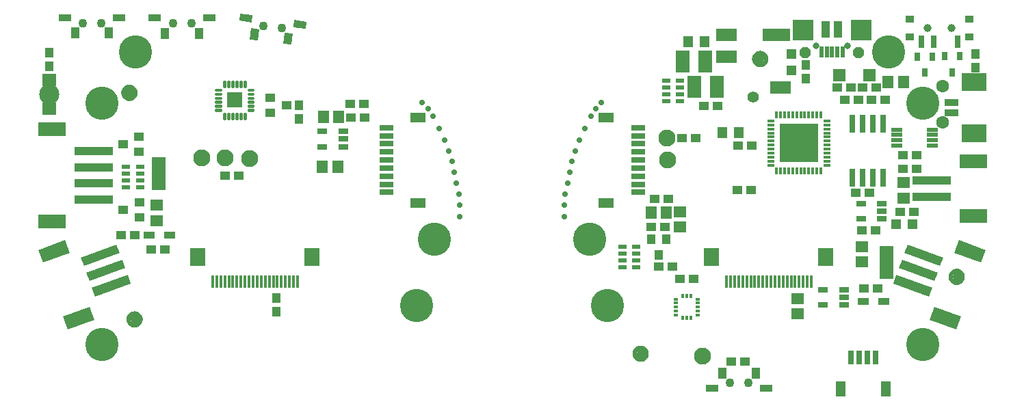
<source format=gbr>
G04 EAGLE Gerber RS-274X export*
G75*
%MOMM*%
%FSLAX34Y34*%
%LPD*%
%INSoldermask Top*%
%IPPOS*%
%AMOC8*
5,1,8,0,0,1.08239X$1,22.5*%
G01*
%ADD10C,0.701600*%
%ADD11R,1.341600X1.601600*%
%ADD12R,1.601600X1.341600*%
%ADD13C,1.101600*%
%ADD14C,0.500000*%
%ADD15C,4.117600*%
%ADD16R,1.101600X1.301600*%
%ADD17R,1.176600X1.101600*%
%ADD18R,0.351600X1.501600*%
%ADD19R,1.901600X2.301600*%
%ADD20R,1.101600X1.176600*%
%ADD21R,1.301600X1.301600*%
%ADD22C,0.801600*%
%ADD23R,2.514600X2.514600*%
%ADD24P,1.525737X8X22.500000*%
%ADD25P,1.525737X8X202.500000*%
%ADD26R,0.501600X1.451600*%
%ADD27R,1.101600X2.101600*%
%ADD28R,0.701600X2.301600*%
%ADD29R,0.351600X0.851600*%
%ADD30R,0.851600X0.351600*%
%ADD31R,4.801600X4.801600*%
%ADD32R,1.301600X1.401600*%
%ADD33R,1.701600X2.801600*%
%ADD34R,1.001600X0.551600*%
%ADD35R,1.701600X0.901600*%
%ADD36R,3.101600X2.201600*%
%ADD37R,1.401600X0.501600*%
%ADD38C,1.601600*%
%ADD39R,1.101600X4.701600*%
%ADD40R,3.501600X1.701600*%
%ADD41R,4.701600X1.101600*%
%ADD42R,3.501600X1.801600*%
%ADD43R,1.778000X4.165600*%
%ADD44R,1.451600X0.901600*%
%ADD45R,1.651600X0.701600*%
%ADD46R,1.901600X1.301600*%
%ADD47R,1.301600X0.651600*%
%ADD48R,1.501600X1.501600*%
%ADD49R,0.736600X1.117600*%
%ADD50R,1.101600X0.901600*%
%ADD51R,0.801600X1.601600*%
%ADD52C,1.001600*%
%ADD53R,1.001600X1.371600*%
%ADD54R,1.551600X0.901600*%
%ADD55C,2.101600*%
%ADD56C,0.240406*%
%ADD57R,1.879600X1.879600*%
%ADD58R,1.301600X1.101600*%
%ADD59R,0.701600X1.651600*%
%ADD60R,1.301600X1.901600*%
%ADD61R,0.601600X0.351600*%
%ADD62R,0.351600X0.601600*%
%ADD63R,1.701600X1.601600*%
%ADD64C,2.501600*%
%ADD65R,2.601600X1.601600*%
%ADD66R,3.501600X1.601600*%
%ADD67C,1.401600*%
%ADD68R,1.371600X1.001600*%


D10*
X-110998Y90678D03*
X-98044Y73152D03*
X-90424Y58166D03*
X-64770Y-50800D03*
X-64770Y-36830D03*
X-68834Y-9398D03*
X-71628Y4064D03*
X-78740Y30480D03*
X-83820Y43688D03*
X-66040Y-22860D03*
X-74422Y17272D03*
X-103632Y82296D03*
X110744Y90678D03*
X97790Y73152D03*
X90170Y58166D03*
X64516Y-50800D03*
X64516Y-36830D03*
X68580Y-9398D03*
X71374Y4064D03*
X78486Y30480D03*
X83566Y43688D03*
X65786Y-22860D03*
X74168Y17272D03*
X103378Y82296D03*
D11*
X-214495Y72390D03*
X-233495Y72390D03*
X-234765Y10795D03*
X-215765Y10795D03*
D12*
X-439895Y-36855D03*
X-439895Y-55855D03*
D13*
X159225Y-220980D03*
D14*
X159225Y-213480D02*
X159044Y-213482D01*
X158863Y-213489D01*
X158682Y-213500D01*
X158501Y-213515D01*
X158321Y-213535D01*
X158141Y-213559D01*
X157962Y-213587D01*
X157784Y-213620D01*
X157607Y-213657D01*
X157430Y-213698D01*
X157255Y-213743D01*
X157080Y-213793D01*
X156907Y-213847D01*
X156736Y-213905D01*
X156565Y-213967D01*
X156397Y-214034D01*
X156230Y-214104D01*
X156064Y-214178D01*
X155901Y-214257D01*
X155740Y-214339D01*
X155580Y-214425D01*
X155423Y-214515D01*
X155268Y-214609D01*
X155115Y-214706D01*
X154965Y-214808D01*
X154817Y-214912D01*
X154671Y-215021D01*
X154529Y-215132D01*
X154389Y-215248D01*
X154252Y-215366D01*
X154117Y-215488D01*
X153986Y-215613D01*
X153858Y-215741D01*
X153733Y-215872D01*
X153611Y-216007D01*
X153493Y-216144D01*
X153377Y-216284D01*
X153266Y-216426D01*
X153157Y-216572D01*
X153053Y-216720D01*
X152951Y-216870D01*
X152854Y-217023D01*
X152760Y-217178D01*
X152670Y-217335D01*
X152584Y-217495D01*
X152502Y-217656D01*
X152423Y-217819D01*
X152349Y-217985D01*
X152279Y-218152D01*
X152212Y-218320D01*
X152150Y-218491D01*
X152092Y-218662D01*
X152038Y-218835D01*
X151988Y-219010D01*
X151943Y-219185D01*
X151902Y-219362D01*
X151865Y-219539D01*
X151832Y-219717D01*
X151804Y-219896D01*
X151780Y-220076D01*
X151760Y-220256D01*
X151745Y-220437D01*
X151734Y-220618D01*
X151727Y-220799D01*
X151725Y-220980D01*
X159225Y-213480D02*
X159406Y-213482D01*
X159587Y-213489D01*
X159768Y-213500D01*
X159949Y-213515D01*
X160129Y-213535D01*
X160309Y-213559D01*
X160488Y-213587D01*
X160666Y-213620D01*
X160843Y-213657D01*
X161020Y-213698D01*
X161195Y-213743D01*
X161370Y-213793D01*
X161543Y-213847D01*
X161714Y-213905D01*
X161885Y-213967D01*
X162053Y-214034D01*
X162220Y-214104D01*
X162386Y-214178D01*
X162549Y-214257D01*
X162710Y-214339D01*
X162870Y-214425D01*
X163027Y-214515D01*
X163182Y-214609D01*
X163335Y-214706D01*
X163485Y-214808D01*
X163633Y-214912D01*
X163779Y-215021D01*
X163921Y-215132D01*
X164061Y-215248D01*
X164198Y-215366D01*
X164333Y-215488D01*
X164464Y-215613D01*
X164592Y-215741D01*
X164717Y-215872D01*
X164839Y-216007D01*
X164957Y-216144D01*
X165073Y-216284D01*
X165184Y-216426D01*
X165293Y-216572D01*
X165397Y-216720D01*
X165499Y-216870D01*
X165596Y-217023D01*
X165690Y-217178D01*
X165780Y-217335D01*
X165866Y-217495D01*
X165948Y-217656D01*
X166027Y-217819D01*
X166101Y-217985D01*
X166171Y-218152D01*
X166238Y-218320D01*
X166300Y-218491D01*
X166358Y-218662D01*
X166412Y-218835D01*
X166462Y-219010D01*
X166507Y-219185D01*
X166548Y-219362D01*
X166585Y-219539D01*
X166618Y-219717D01*
X166646Y-219896D01*
X166670Y-220076D01*
X166690Y-220256D01*
X166705Y-220437D01*
X166716Y-220618D01*
X166723Y-220799D01*
X166725Y-220980D01*
X166723Y-221161D01*
X166716Y-221342D01*
X166705Y-221523D01*
X166690Y-221704D01*
X166670Y-221884D01*
X166646Y-222064D01*
X166618Y-222243D01*
X166585Y-222421D01*
X166548Y-222598D01*
X166507Y-222775D01*
X166462Y-222950D01*
X166412Y-223125D01*
X166358Y-223298D01*
X166300Y-223469D01*
X166238Y-223640D01*
X166171Y-223808D01*
X166101Y-223975D01*
X166027Y-224141D01*
X165948Y-224304D01*
X165866Y-224465D01*
X165780Y-224625D01*
X165690Y-224782D01*
X165596Y-224937D01*
X165499Y-225090D01*
X165397Y-225240D01*
X165293Y-225388D01*
X165184Y-225534D01*
X165073Y-225676D01*
X164957Y-225816D01*
X164839Y-225953D01*
X164717Y-226088D01*
X164592Y-226219D01*
X164464Y-226347D01*
X164333Y-226472D01*
X164198Y-226594D01*
X164061Y-226712D01*
X163921Y-226828D01*
X163779Y-226939D01*
X163633Y-227048D01*
X163485Y-227152D01*
X163335Y-227254D01*
X163182Y-227351D01*
X163027Y-227445D01*
X162870Y-227535D01*
X162710Y-227621D01*
X162549Y-227703D01*
X162386Y-227782D01*
X162220Y-227856D01*
X162053Y-227926D01*
X161885Y-227993D01*
X161714Y-228055D01*
X161543Y-228113D01*
X161370Y-228167D01*
X161195Y-228217D01*
X161020Y-228262D01*
X160843Y-228303D01*
X160666Y-228340D01*
X160488Y-228373D01*
X160309Y-228401D01*
X160129Y-228425D01*
X159949Y-228445D01*
X159768Y-228460D01*
X159587Y-228471D01*
X159406Y-228478D01*
X159225Y-228480D01*
X159044Y-228478D01*
X158863Y-228471D01*
X158682Y-228460D01*
X158501Y-228445D01*
X158321Y-228425D01*
X158141Y-228401D01*
X157962Y-228373D01*
X157784Y-228340D01*
X157607Y-228303D01*
X157430Y-228262D01*
X157255Y-228217D01*
X157080Y-228167D01*
X156907Y-228113D01*
X156736Y-228055D01*
X156565Y-227993D01*
X156397Y-227926D01*
X156230Y-227856D01*
X156064Y-227782D01*
X155901Y-227703D01*
X155740Y-227621D01*
X155580Y-227535D01*
X155423Y-227445D01*
X155268Y-227351D01*
X155115Y-227254D01*
X154965Y-227152D01*
X154817Y-227048D01*
X154671Y-226939D01*
X154529Y-226828D01*
X154389Y-226712D01*
X154252Y-226594D01*
X154117Y-226472D01*
X153986Y-226347D01*
X153858Y-226219D01*
X153733Y-226088D01*
X153611Y-225953D01*
X153493Y-225816D01*
X153377Y-225676D01*
X153266Y-225534D01*
X153157Y-225388D01*
X153053Y-225240D01*
X152951Y-225090D01*
X152854Y-224937D01*
X152760Y-224782D01*
X152670Y-224625D01*
X152584Y-224465D01*
X152502Y-224304D01*
X152423Y-224141D01*
X152349Y-223975D01*
X152279Y-223808D01*
X152212Y-223640D01*
X152150Y-223469D01*
X152092Y-223298D01*
X152038Y-223125D01*
X151988Y-222950D01*
X151943Y-222775D01*
X151902Y-222598D01*
X151865Y-222421D01*
X151832Y-222243D01*
X151804Y-222064D01*
X151780Y-221884D01*
X151760Y-221704D01*
X151745Y-221523D01*
X151734Y-221342D01*
X151727Y-221161D01*
X151725Y-220980D01*
D13*
X-467200Y-178435D03*
D14*
X-467200Y-170935D02*
X-467381Y-170937D01*
X-467562Y-170944D01*
X-467743Y-170955D01*
X-467924Y-170970D01*
X-468104Y-170990D01*
X-468284Y-171014D01*
X-468463Y-171042D01*
X-468641Y-171075D01*
X-468818Y-171112D01*
X-468995Y-171153D01*
X-469170Y-171198D01*
X-469345Y-171248D01*
X-469518Y-171302D01*
X-469689Y-171360D01*
X-469860Y-171422D01*
X-470028Y-171489D01*
X-470195Y-171559D01*
X-470361Y-171633D01*
X-470524Y-171712D01*
X-470685Y-171794D01*
X-470845Y-171880D01*
X-471002Y-171970D01*
X-471157Y-172064D01*
X-471310Y-172161D01*
X-471460Y-172263D01*
X-471608Y-172367D01*
X-471754Y-172476D01*
X-471896Y-172587D01*
X-472036Y-172703D01*
X-472173Y-172821D01*
X-472308Y-172943D01*
X-472439Y-173068D01*
X-472567Y-173196D01*
X-472692Y-173327D01*
X-472814Y-173462D01*
X-472932Y-173599D01*
X-473048Y-173739D01*
X-473159Y-173881D01*
X-473268Y-174027D01*
X-473372Y-174175D01*
X-473474Y-174325D01*
X-473571Y-174478D01*
X-473665Y-174633D01*
X-473755Y-174790D01*
X-473841Y-174950D01*
X-473923Y-175111D01*
X-474002Y-175274D01*
X-474076Y-175440D01*
X-474146Y-175607D01*
X-474213Y-175775D01*
X-474275Y-175946D01*
X-474333Y-176117D01*
X-474387Y-176290D01*
X-474437Y-176465D01*
X-474482Y-176640D01*
X-474523Y-176817D01*
X-474560Y-176994D01*
X-474593Y-177172D01*
X-474621Y-177351D01*
X-474645Y-177531D01*
X-474665Y-177711D01*
X-474680Y-177892D01*
X-474691Y-178073D01*
X-474698Y-178254D01*
X-474700Y-178435D01*
X-467200Y-170935D02*
X-467019Y-170937D01*
X-466838Y-170944D01*
X-466657Y-170955D01*
X-466476Y-170970D01*
X-466296Y-170990D01*
X-466116Y-171014D01*
X-465937Y-171042D01*
X-465759Y-171075D01*
X-465582Y-171112D01*
X-465405Y-171153D01*
X-465230Y-171198D01*
X-465055Y-171248D01*
X-464882Y-171302D01*
X-464711Y-171360D01*
X-464540Y-171422D01*
X-464372Y-171489D01*
X-464205Y-171559D01*
X-464039Y-171633D01*
X-463876Y-171712D01*
X-463715Y-171794D01*
X-463555Y-171880D01*
X-463398Y-171970D01*
X-463243Y-172064D01*
X-463090Y-172161D01*
X-462940Y-172263D01*
X-462792Y-172367D01*
X-462646Y-172476D01*
X-462504Y-172587D01*
X-462364Y-172703D01*
X-462227Y-172821D01*
X-462092Y-172943D01*
X-461961Y-173068D01*
X-461833Y-173196D01*
X-461708Y-173327D01*
X-461586Y-173462D01*
X-461468Y-173599D01*
X-461352Y-173739D01*
X-461241Y-173881D01*
X-461132Y-174027D01*
X-461028Y-174175D01*
X-460926Y-174325D01*
X-460829Y-174478D01*
X-460735Y-174633D01*
X-460645Y-174790D01*
X-460559Y-174950D01*
X-460477Y-175111D01*
X-460398Y-175274D01*
X-460324Y-175440D01*
X-460254Y-175607D01*
X-460187Y-175775D01*
X-460125Y-175946D01*
X-460067Y-176117D01*
X-460013Y-176290D01*
X-459963Y-176465D01*
X-459918Y-176640D01*
X-459877Y-176817D01*
X-459840Y-176994D01*
X-459807Y-177172D01*
X-459779Y-177351D01*
X-459755Y-177531D01*
X-459735Y-177711D01*
X-459720Y-177892D01*
X-459709Y-178073D01*
X-459702Y-178254D01*
X-459700Y-178435D01*
X-459702Y-178616D01*
X-459709Y-178797D01*
X-459720Y-178978D01*
X-459735Y-179159D01*
X-459755Y-179339D01*
X-459779Y-179519D01*
X-459807Y-179698D01*
X-459840Y-179876D01*
X-459877Y-180053D01*
X-459918Y-180230D01*
X-459963Y-180405D01*
X-460013Y-180580D01*
X-460067Y-180753D01*
X-460125Y-180924D01*
X-460187Y-181095D01*
X-460254Y-181263D01*
X-460324Y-181430D01*
X-460398Y-181596D01*
X-460477Y-181759D01*
X-460559Y-181920D01*
X-460645Y-182080D01*
X-460735Y-182237D01*
X-460829Y-182392D01*
X-460926Y-182545D01*
X-461028Y-182695D01*
X-461132Y-182843D01*
X-461241Y-182989D01*
X-461352Y-183131D01*
X-461468Y-183271D01*
X-461586Y-183408D01*
X-461708Y-183543D01*
X-461833Y-183674D01*
X-461961Y-183802D01*
X-462092Y-183927D01*
X-462227Y-184049D01*
X-462364Y-184167D01*
X-462504Y-184283D01*
X-462646Y-184394D01*
X-462792Y-184503D01*
X-462940Y-184607D01*
X-463090Y-184709D01*
X-463243Y-184806D01*
X-463398Y-184900D01*
X-463555Y-184990D01*
X-463715Y-185076D01*
X-463876Y-185158D01*
X-464039Y-185237D01*
X-464205Y-185311D01*
X-464372Y-185381D01*
X-464540Y-185448D01*
X-464711Y-185510D01*
X-464882Y-185568D01*
X-465055Y-185622D01*
X-465230Y-185672D01*
X-465405Y-185717D01*
X-465582Y-185758D01*
X-465759Y-185795D01*
X-465937Y-185828D01*
X-466116Y-185856D01*
X-466296Y-185880D01*
X-466476Y-185900D01*
X-466657Y-185915D01*
X-466838Y-185926D01*
X-467019Y-185933D01*
X-467200Y-185935D01*
X-467381Y-185933D01*
X-467562Y-185926D01*
X-467743Y-185915D01*
X-467924Y-185900D01*
X-468104Y-185880D01*
X-468284Y-185856D01*
X-468463Y-185828D01*
X-468641Y-185795D01*
X-468818Y-185758D01*
X-468995Y-185717D01*
X-469170Y-185672D01*
X-469345Y-185622D01*
X-469518Y-185568D01*
X-469689Y-185510D01*
X-469860Y-185448D01*
X-470028Y-185381D01*
X-470195Y-185311D01*
X-470361Y-185237D01*
X-470524Y-185158D01*
X-470685Y-185076D01*
X-470845Y-184990D01*
X-471002Y-184900D01*
X-471157Y-184806D01*
X-471310Y-184709D01*
X-471460Y-184607D01*
X-471608Y-184503D01*
X-471754Y-184394D01*
X-471896Y-184283D01*
X-472036Y-184167D01*
X-472173Y-184049D01*
X-472308Y-183927D01*
X-472439Y-183802D01*
X-472567Y-183674D01*
X-472692Y-183543D01*
X-472814Y-183408D01*
X-472932Y-183271D01*
X-473048Y-183131D01*
X-473159Y-182989D01*
X-473268Y-182843D01*
X-473372Y-182695D01*
X-473474Y-182545D01*
X-473571Y-182392D01*
X-473665Y-182237D01*
X-473755Y-182080D01*
X-473841Y-181920D01*
X-473923Y-181759D01*
X-474002Y-181596D01*
X-474076Y-181430D01*
X-474146Y-181263D01*
X-474213Y-181095D01*
X-474275Y-180924D01*
X-474333Y-180753D01*
X-474387Y-180580D01*
X-474437Y-180405D01*
X-474482Y-180230D01*
X-474523Y-180053D01*
X-474560Y-179876D01*
X-474593Y-179698D01*
X-474621Y-179519D01*
X-474645Y-179339D01*
X-474665Y-179159D01*
X-474680Y-178978D01*
X-474691Y-178797D01*
X-474698Y-178616D01*
X-474700Y-178435D01*
D15*
X508000Y-209550D03*
X-508000Y-209550D03*
X-466090Y153035D03*
X466090Y153035D03*
D16*
X181450Y-98900D03*
X171950Y-78900D03*
X190950Y-78900D03*
D13*
X550385Y-125730D03*
D14*
X550385Y-118230D02*
X550204Y-118232D01*
X550023Y-118239D01*
X549842Y-118250D01*
X549661Y-118265D01*
X549481Y-118285D01*
X549301Y-118309D01*
X549122Y-118337D01*
X548944Y-118370D01*
X548767Y-118407D01*
X548590Y-118448D01*
X548415Y-118493D01*
X548240Y-118543D01*
X548067Y-118597D01*
X547896Y-118655D01*
X547725Y-118717D01*
X547557Y-118784D01*
X547390Y-118854D01*
X547224Y-118928D01*
X547061Y-119007D01*
X546900Y-119089D01*
X546740Y-119175D01*
X546583Y-119265D01*
X546428Y-119359D01*
X546275Y-119456D01*
X546125Y-119558D01*
X545977Y-119662D01*
X545831Y-119771D01*
X545689Y-119882D01*
X545549Y-119998D01*
X545412Y-120116D01*
X545277Y-120238D01*
X545146Y-120363D01*
X545018Y-120491D01*
X544893Y-120622D01*
X544771Y-120757D01*
X544653Y-120894D01*
X544537Y-121034D01*
X544426Y-121176D01*
X544317Y-121322D01*
X544213Y-121470D01*
X544111Y-121620D01*
X544014Y-121773D01*
X543920Y-121928D01*
X543830Y-122085D01*
X543744Y-122245D01*
X543662Y-122406D01*
X543583Y-122569D01*
X543509Y-122735D01*
X543439Y-122902D01*
X543372Y-123070D01*
X543310Y-123241D01*
X543252Y-123412D01*
X543198Y-123585D01*
X543148Y-123760D01*
X543103Y-123935D01*
X543062Y-124112D01*
X543025Y-124289D01*
X542992Y-124467D01*
X542964Y-124646D01*
X542940Y-124826D01*
X542920Y-125006D01*
X542905Y-125187D01*
X542894Y-125368D01*
X542887Y-125549D01*
X542885Y-125730D01*
X550385Y-118230D02*
X550566Y-118232D01*
X550747Y-118239D01*
X550928Y-118250D01*
X551109Y-118265D01*
X551289Y-118285D01*
X551469Y-118309D01*
X551648Y-118337D01*
X551826Y-118370D01*
X552003Y-118407D01*
X552180Y-118448D01*
X552355Y-118493D01*
X552530Y-118543D01*
X552703Y-118597D01*
X552874Y-118655D01*
X553045Y-118717D01*
X553213Y-118784D01*
X553380Y-118854D01*
X553546Y-118928D01*
X553709Y-119007D01*
X553870Y-119089D01*
X554030Y-119175D01*
X554187Y-119265D01*
X554342Y-119359D01*
X554495Y-119456D01*
X554645Y-119558D01*
X554793Y-119662D01*
X554939Y-119771D01*
X555081Y-119882D01*
X555221Y-119998D01*
X555358Y-120116D01*
X555493Y-120238D01*
X555624Y-120363D01*
X555752Y-120491D01*
X555877Y-120622D01*
X555999Y-120757D01*
X556117Y-120894D01*
X556233Y-121034D01*
X556344Y-121176D01*
X556453Y-121322D01*
X556557Y-121470D01*
X556659Y-121620D01*
X556756Y-121773D01*
X556850Y-121928D01*
X556940Y-122085D01*
X557026Y-122245D01*
X557108Y-122406D01*
X557187Y-122569D01*
X557261Y-122735D01*
X557331Y-122902D01*
X557398Y-123070D01*
X557460Y-123241D01*
X557518Y-123412D01*
X557572Y-123585D01*
X557622Y-123760D01*
X557667Y-123935D01*
X557708Y-124112D01*
X557745Y-124289D01*
X557778Y-124467D01*
X557806Y-124646D01*
X557830Y-124826D01*
X557850Y-125006D01*
X557865Y-125187D01*
X557876Y-125368D01*
X557883Y-125549D01*
X557885Y-125730D01*
X557883Y-125911D01*
X557876Y-126092D01*
X557865Y-126273D01*
X557850Y-126454D01*
X557830Y-126634D01*
X557806Y-126814D01*
X557778Y-126993D01*
X557745Y-127171D01*
X557708Y-127348D01*
X557667Y-127525D01*
X557622Y-127700D01*
X557572Y-127875D01*
X557518Y-128048D01*
X557460Y-128219D01*
X557398Y-128390D01*
X557331Y-128558D01*
X557261Y-128725D01*
X557187Y-128891D01*
X557108Y-129054D01*
X557026Y-129215D01*
X556940Y-129375D01*
X556850Y-129532D01*
X556756Y-129687D01*
X556659Y-129840D01*
X556557Y-129990D01*
X556453Y-130138D01*
X556344Y-130284D01*
X556233Y-130426D01*
X556117Y-130566D01*
X555999Y-130703D01*
X555877Y-130838D01*
X555752Y-130969D01*
X555624Y-131097D01*
X555493Y-131222D01*
X555358Y-131344D01*
X555221Y-131462D01*
X555081Y-131578D01*
X554939Y-131689D01*
X554793Y-131798D01*
X554645Y-131902D01*
X554495Y-132004D01*
X554342Y-132101D01*
X554187Y-132195D01*
X554030Y-132285D01*
X553870Y-132371D01*
X553709Y-132453D01*
X553546Y-132532D01*
X553380Y-132606D01*
X553213Y-132676D01*
X553045Y-132743D01*
X552874Y-132805D01*
X552703Y-132863D01*
X552530Y-132917D01*
X552355Y-132967D01*
X552180Y-133012D01*
X552003Y-133053D01*
X551826Y-133090D01*
X551648Y-133123D01*
X551469Y-133151D01*
X551289Y-133175D01*
X551109Y-133195D01*
X550928Y-133210D01*
X550747Y-133221D01*
X550566Y-133228D01*
X550385Y-133230D01*
X550204Y-133228D01*
X550023Y-133221D01*
X549842Y-133210D01*
X549661Y-133195D01*
X549481Y-133175D01*
X549301Y-133151D01*
X549122Y-133123D01*
X548944Y-133090D01*
X548767Y-133053D01*
X548590Y-133012D01*
X548415Y-132967D01*
X548240Y-132917D01*
X548067Y-132863D01*
X547896Y-132805D01*
X547725Y-132743D01*
X547557Y-132676D01*
X547390Y-132606D01*
X547224Y-132532D01*
X547061Y-132453D01*
X546900Y-132371D01*
X546740Y-132285D01*
X546583Y-132195D01*
X546428Y-132101D01*
X546275Y-132004D01*
X546125Y-131902D01*
X545977Y-131798D01*
X545831Y-131689D01*
X545689Y-131578D01*
X545549Y-131462D01*
X545412Y-131344D01*
X545277Y-131222D01*
X545146Y-131097D01*
X545018Y-130969D01*
X544893Y-130838D01*
X544771Y-130703D01*
X544653Y-130566D01*
X544537Y-130426D01*
X544426Y-130284D01*
X544317Y-130138D01*
X544213Y-129990D01*
X544111Y-129840D01*
X544014Y-129687D01*
X543920Y-129532D01*
X543830Y-129375D01*
X543744Y-129215D01*
X543662Y-129054D01*
X543583Y-128891D01*
X543509Y-128725D01*
X543439Y-128558D01*
X543372Y-128390D01*
X543310Y-128219D01*
X543252Y-128048D01*
X543198Y-127875D01*
X543148Y-127700D01*
X543103Y-127525D01*
X543062Y-127348D01*
X543025Y-127171D01*
X542992Y-126993D01*
X542964Y-126814D01*
X542940Y-126634D01*
X542920Y-126454D01*
X542905Y-126273D01*
X542894Y-126092D01*
X542887Y-125911D01*
X542885Y-125730D01*
D17*
X181840Y-113030D03*
X198840Y-113030D03*
D18*
X-265475Y-131360D03*
X-270475Y-131360D03*
X-275475Y-131360D03*
X-280475Y-131360D03*
X-285475Y-131360D03*
X-290475Y-131360D03*
X-295475Y-131360D03*
X-300475Y-131360D03*
X-305475Y-131360D03*
X-310475Y-131360D03*
X-315475Y-131360D03*
X-320475Y-131360D03*
X-325475Y-131360D03*
X-330475Y-131360D03*
X-335475Y-131360D03*
X-340475Y-131360D03*
X-345475Y-131360D03*
X-350475Y-131360D03*
X-355475Y-131360D03*
X-360475Y-131360D03*
X-365475Y-131360D03*
X-370475Y-131360D03*
D19*
X-247975Y-100860D03*
X-388975Y-100860D03*
D17*
X189315Y-64135D03*
X172315Y-64135D03*
D20*
X-291940Y-152155D03*
X-291940Y-169155D03*
D18*
X370475Y-131360D03*
X365475Y-131360D03*
X360475Y-131360D03*
X355475Y-131360D03*
X350475Y-131360D03*
X345475Y-131360D03*
X340475Y-131360D03*
X335475Y-131360D03*
X330475Y-131360D03*
X325475Y-131360D03*
X320475Y-131360D03*
X315475Y-131360D03*
X310475Y-131360D03*
X305475Y-131360D03*
X300475Y-131360D03*
X295475Y-131360D03*
X290475Y-131360D03*
X285475Y-131360D03*
X280475Y-131360D03*
X275475Y-131360D03*
X270475Y-131360D03*
X265475Y-131360D03*
D19*
X387975Y-100860D03*
X246975Y-100860D03*
D21*
X346075Y150675D03*
X346075Y129675D03*
D20*
X363855Y137245D03*
X363855Y120245D03*
D13*
X-473550Y102235D03*
D14*
X-473550Y109735D02*
X-473731Y109733D01*
X-473912Y109726D01*
X-474093Y109715D01*
X-474274Y109700D01*
X-474454Y109680D01*
X-474634Y109656D01*
X-474813Y109628D01*
X-474991Y109595D01*
X-475168Y109558D01*
X-475345Y109517D01*
X-475520Y109472D01*
X-475695Y109422D01*
X-475868Y109368D01*
X-476039Y109310D01*
X-476210Y109248D01*
X-476378Y109181D01*
X-476545Y109111D01*
X-476711Y109037D01*
X-476874Y108958D01*
X-477035Y108876D01*
X-477195Y108790D01*
X-477352Y108700D01*
X-477507Y108606D01*
X-477660Y108509D01*
X-477810Y108407D01*
X-477958Y108303D01*
X-478104Y108194D01*
X-478246Y108083D01*
X-478386Y107967D01*
X-478523Y107849D01*
X-478658Y107727D01*
X-478789Y107602D01*
X-478917Y107474D01*
X-479042Y107343D01*
X-479164Y107208D01*
X-479282Y107071D01*
X-479398Y106931D01*
X-479509Y106789D01*
X-479618Y106643D01*
X-479722Y106495D01*
X-479824Y106345D01*
X-479921Y106192D01*
X-480015Y106037D01*
X-480105Y105880D01*
X-480191Y105720D01*
X-480273Y105559D01*
X-480352Y105396D01*
X-480426Y105230D01*
X-480496Y105063D01*
X-480563Y104895D01*
X-480625Y104724D01*
X-480683Y104553D01*
X-480737Y104380D01*
X-480787Y104205D01*
X-480832Y104030D01*
X-480873Y103853D01*
X-480910Y103676D01*
X-480943Y103498D01*
X-480971Y103319D01*
X-480995Y103139D01*
X-481015Y102959D01*
X-481030Y102778D01*
X-481041Y102597D01*
X-481048Y102416D01*
X-481050Y102235D01*
X-473550Y109735D02*
X-473369Y109733D01*
X-473188Y109726D01*
X-473007Y109715D01*
X-472826Y109700D01*
X-472646Y109680D01*
X-472466Y109656D01*
X-472287Y109628D01*
X-472109Y109595D01*
X-471932Y109558D01*
X-471755Y109517D01*
X-471580Y109472D01*
X-471405Y109422D01*
X-471232Y109368D01*
X-471061Y109310D01*
X-470890Y109248D01*
X-470722Y109181D01*
X-470555Y109111D01*
X-470389Y109037D01*
X-470226Y108958D01*
X-470065Y108876D01*
X-469905Y108790D01*
X-469748Y108700D01*
X-469593Y108606D01*
X-469440Y108509D01*
X-469290Y108407D01*
X-469142Y108303D01*
X-468996Y108194D01*
X-468854Y108083D01*
X-468714Y107967D01*
X-468577Y107849D01*
X-468442Y107727D01*
X-468311Y107602D01*
X-468183Y107474D01*
X-468058Y107343D01*
X-467936Y107208D01*
X-467818Y107071D01*
X-467702Y106931D01*
X-467591Y106789D01*
X-467482Y106643D01*
X-467378Y106495D01*
X-467276Y106345D01*
X-467179Y106192D01*
X-467085Y106037D01*
X-466995Y105880D01*
X-466909Y105720D01*
X-466827Y105559D01*
X-466748Y105396D01*
X-466674Y105230D01*
X-466604Y105063D01*
X-466537Y104895D01*
X-466475Y104724D01*
X-466417Y104553D01*
X-466363Y104380D01*
X-466313Y104205D01*
X-466268Y104030D01*
X-466227Y103853D01*
X-466190Y103676D01*
X-466157Y103498D01*
X-466129Y103319D01*
X-466105Y103139D01*
X-466085Y102959D01*
X-466070Y102778D01*
X-466059Y102597D01*
X-466052Y102416D01*
X-466050Y102235D01*
X-466052Y102054D01*
X-466059Y101873D01*
X-466070Y101692D01*
X-466085Y101511D01*
X-466105Y101331D01*
X-466129Y101151D01*
X-466157Y100972D01*
X-466190Y100794D01*
X-466227Y100617D01*
X-466268Y100440D01*
X-466313Y100265D01*
X-466363Y100090D01*
X-466417Y99917D01*
X-466475Y99746D01*
X-466537Y99575D01*
X-466604Y99407D01*
X-466674Y99240D01*
X-466748Y99074D01*
X-466827Y98911D01*
X-466909Y98750D01*
X-466995Y98590D01*
X-467085Y98433D01*
X-467179Y98278D01*
X-467276Y98125D01*
X-467378Y97975D01*
X-467482Y97827D01*
X-467591Y97681D01*
X-467702Y97539D01*
X-467818Y97399D01*
X-467936Y97262D01*
X-468058Y97127D01*
X-468183Y96996D01*
X-468311Y96868D01*
X-468442Y96743D01*
X-468577Y96621D01*
X-468714Y96503D01*
X-468854Y96387D01*
X-468996Y96276D01*
X-469142Y96167D01*
X-469290Y96063D01*
X-469440Y95961D01*
X-469593Y95864D01*
X-469748Y95770D01*
X-469905Y95680D01*
X-470065Y95594D01*
X-470226Y95512D01*
X-470389Y95433D01*
X-470555Y95359D01*
X-470722Y95289D01*
X-470890Y95222D01*
X-471061Y95160D01*
X-471232Y95102D01*
X-471405Y95048D01*
X-471580Y94998D01*
X-471755Y94953D01*
X-471932Y94912D01*
X-472109Y94875D01*
X-472287Y94842D01*
X-472466Y94814D01*
X-472646Y94790D01*
X-472826Y94770D01*
X-473007Y94755D01*
X-473188Y94744D01*
X-473369Y94737D01*
X-473550Y94735D01*
X-473731Y94737D01*
X-473912Y94744D01*
X-474093Y94755D01*
X-474274Y94770D01*
X-474454Y94790D01*
X-474634Y94814D01*
X-474813Y94842D01*
X-474991Y94875D01*
X-475168Y94912D01*
X-475345Y94953D01*
X-475520Y94998D01*
X-475695Y95048D01*
X-475868Y95102D01*
X-476039Y95160D01*
X-476210Y95222D01*
X-476378Y95289D01*
X-476545Y95359D01*
X-476711Y95433D01*
X-476874Y95512D01*
X-477035Y95594D01*
X-477195Y95680D01*
X-477352Y95770D01*
X-477507Y95864D01*
X-477660Y95961D01*
X-477810Y96063D01*
X-477958Y96167D01*
X-478104Y96276D01*
X-478246Y96387D01*
X-478386Y96503D01*
X-478523Y96621D01*
X-478658Y96743D01*
X-478789Y96868D01*
X-478917Y96996D01*
X-479042Y97127D01*
X-479164Y97262D01*
X-479282Y97399D01*
X-479398Y97539D01*
X-479509Y97681D01*
X-479618Y97827D01*
X-479722Y97975D01*
X-479824Y98125D01*
X-479921Y98278D01*
X-480015Y98433D01*
X-480105Y98590D01*
X-480191Y98750D01*
X-480273Y98911D01*
X-480352Y99074D01*
X-480426Y99240D01*
X-480496Y99407D01*
X-480563Y99575D01*
X-480625Y99746D01*
X-480683Y99917D01*
X-480737Y100090D01*
X-480787Y100265D01*
X-480832Y100440D01*
X-480873Y100617D01*
X-480910Y100794D01*
X-480943Y100972D01*
X-480971Y101151D01*
X-480995Y101331D01*
X-481015Y101511D01*
X-481030Y101692D01*
X-481041Y101873D01*
X-481048Y102054D01*
X-481050Y102235D01*
D13*
X307180Y144145D03*
D14*
X307180Y151645D02*
X306999Y151643D01*
X306818Y151636D01*
X306637Y151625D01*
X306456Y151610D01*
X306276Y151590D01*
X306096Y151566D01*
X305917Y151538D01*
X305739Y151505D01*
X305562Y151468D01*
X305385Y151427D01*
X305210Y151382D01*
X305035Y151332D01*
X304862Y151278D01*
X304691Y151220D01*
X304520Y151158D01*
X304352Y151091D01*
X304185Y151021D01*
X304019Y150947D01*
X303856Y150868D01*
X303695Y150786D01*
X303535Y150700D01*
X303378Y150610D01*
X303223Y150516D01*
X303070Y150419D01*
X302920Y150317D01*
X302772Y150213D01*
X302626Y150104D01*
X302484Y149993D01*
X302344Y149877D01*
X302207Y149759D01*
X302072Y149637D01*
X301941Y149512D01*
X301813Y149384D01*
X301688Y149253D01*
X301566Y149118D01*
X301448Y148981D01*
X301332Y148841D01*
X301221Y148699D01*
X301112Y148553D01*
X301008Y148405D01*
X300906Y148255D01*
X300809Y148102D01*
X300715Y147947D01*
X300625Y147790D01*
X300539Y147630D01*
X300457Y147469D01*
X300378Y147306D01*
X300304Y147140D01*
X300234Y146973D01*
X300167Y146805D01*
X300105Y146634D01*
X300047Y146463D01*
X299993Y146290D01*
X299943Y146115D01*
X299898Y145940D01*
X299857Y145763D01*
X299820Y145586D01*
X299787Y145408D01*
X299759Y145229D01*
X299735Y145049D01*
X299715Y144869D01*
X299700Y144688D01*
X299689Y144507D01*
X299682Y144326D01*
X299680Y144145D01*
X307180Y151645D02*
X307361Y151643D01*
X307542Y151636D01*
X307723Y151625D01*
X307904Y151610D01*
X308084Y151590D01*
X308264Y151566D01*
X308443Y151538D01*
X308621Y151505D01*
X308798Y151468D01*
X308975Y151427D01*
X309150Y151382D01*
X309325Y151332D01*
X309498Y151278D01*
X309669Y151220D01*
X309840Y151158D01*
X310008Y151091D01*
X310175Y151021D01*
X310341Y150947D01*
X310504Y150868D01*
X310665Y150786D01*
X310825Y150700D01*
X310982Y150610D01*
X311137Y150516D01*
X311290Y150419D01*
X311440Y150317D01*
X311588Y150213D01*
X311734Y150104D01*
X311876Y149993D01*
X312016Y149877D01*
X312153Y149759D01*
X312288Y149637D01*
X312419Y149512D01*
X312547Y149384D01*
X312672Y149253D01*
X312794Y149118D01*
X312912Y148981D01*
X313028Y148841D01*
X313139Y148699D01*
X313248Y148553D01*
X313352Y148405D01*
X313454Y148255D01*
X313551Y148102D01*
X313645Y147947D01*
X313735Y147790D01*
X313821Y147630D01*
X313903Y147469D01*
X313982Y147306D01*
X314056Y147140D01*
X314126Y146973D01*
X314193Y146805D01*
X314255Y146634D01*
X314313Y146463D01*
X314367Y146290D01*
X314417Y146115D01*
X314462Y145940D01*
X314503Y145763D01*
X314540Y145586D01*
X314573Y145408D01*
X314601Y145229D01*
X314625Y145049D01*
X314645Y144869D01*
X314660Y144688D01*
X314671Y144507D01*
X314678Y144326D01*
X314680Y144145D01*
X314678Y143964D01*
X314671Y143783D01*
X314660Y143602D01*
X314645Y143421D01*
X314625Y143241D01*
X314601Y143061D01*
X314573Y142882D01*
X314540Y142704D01*
X314503Y142527D01*
X314462Y142350D01*
X314417Y142175D01*
X314367Y142000D01*
X314313Y141827D01*
X314255Y141656D01*
X314193Y141485D01*
X314126Y141317D01*
X314056Y141150D01*
X313982Y140984D01*
X313903Y140821D01*
X313821Y140660D01*
X313735Y140500D01*
X313645Y140343D01*
X313551Y140188D01*
X313454Y140035D01*
X313352Y139885D01*
X313248Y139737D01*
X313139Y139591D01*
X313028Y139449D01*
X312912Y139309D01*
X312794Y139172D01*
X312672Y139037D01*
X312547Y138906D01*
X312419Y138778D01*
X312288Y138653D01*
X312153Y138531D01*
X312016Y138413D01*
X311876Y138297D01*
X311734Y138186D01*
X311588Y138077D01*
X311440Y137973D01*
X311290Y137871D01*
X311137Y137774D01*
X310982Y137680D01*
X310825Y137590D01*
X310665Y137504D01*
X310504Y137422D01*
X310341Y137343D01*
X310175Y137269D01*
X310008Y137199D01*
X309840Y137132D01*
X309669Y137070D01*
X309498Y137012D01*
X309325Y136958D01*
X309150Y136908D01*
X308975Y136863D01*
X308798Y136822D01*
X308621Y136785D01*
X308443Y136752D01*
X308264Y136724D01*
X308084Y136700D01*
X307904Y136680D01*
X307723Y136665D01*
X307542Y136654D01*
X307361Y136647D01*
X307180Y136645D01*
X306999Y136647D01*
X306818Y136654D01*
X306637Y136665D01*
X306456Y136680D01*
X306276Y136700D01*
X306096Y136724D01*
X305917Y136752D01*
X305739Y136785D01*
X305562Y136822D01*
X305385Y136863D01*
X305210Y136908D01*
X305035Y136958D01*
X304862Y137012D01*
X304691Y137070D01*
X304520Y137132D01*
X304352Y137199D01*
X304185Y137269D01*
X304019Y137343D01*
X303856Y137422D01*
X303695Y137504D01*
X303535Y137590D01*
X303378Y137680D01*
X303223Y137774D01*
X303070Y137871D01*
X302920Y137973D01*
X302772Y138077D01*
X302626Y138186D01*
X302484Y138297D01*
X302344Y138413D01*
X302207Y138531D01*
X302072Y138653D01*
X301941Y138778D01*
X301813Y138906D01*
X301688Y139037D01*
X301566Y139172D01*
X301448Y139309D01*
X301332Y139449D01*
X301221Y139591D01*
X301112Y139737D01*
X301008Y139885D01*
X300906Y140035D01*
X300809Y140188D01*
X300715Y140343D01*
X300625Y140500D01*
X300539Y140660D01*
X300457Y140821D01*
X300378Y140984D01*
X300304Y141150D01*
X300234Y141317D01*
X300167Y141485D01*
X300105Y141656D01*
X300047Y141827D01*
X299993Y142000D01*
X299943Y142175D01*
X299898Y142350D01*
X299857Y142527D01*
X299820Y142704D01*
X299787Y142882D01*
X299759Y143061D01*
X299735Y143241D01*
X299715Y143421D01*
X299700Y143602D01*
X299689Y143783D01*
X299682Y143964D01*
X299680Y144145D01*
D22*
X415580Y160655D03*
X376580Y160655D03*
D23*
X360080Y179655D03*
X432080Y179655D03*
D24*
X429080Y151655D03*
D25*
X363080Y151655D03*
D26*
X409080Y152905D03*
X402580Y152905D03*
X396080Y152905D03*
X389580Y152905D03*
X383080Y152905D03*
D27*
X403580Y180655D03*
X388580Y180655D03*
D28*
X433545Y-2670D03*
X433545Y63630D03*
X420845Y-2670D03*
X446245Y-2670D03*
X458945Y-2670D03*
X420845Y63630D03*
X446245Y63630D03*
X458945Y63630D03*
D17*
X442680Y-21590D03*
X425680Y-21590D03*
D29*
X327305Y5255D03*
X332305Y5255D03*
X337305Y5255D03*
X342305Y5255D03*
X347305Y5255D03*
X352305Y5255D03*
X357305Y5255D03*
X362305Y5255D03*
X367305Y5255D03*
X372305Y5255D03*
X377305Y5255D03*
D30*
X389555Y12505D03*
X389555Y17505D03*
X389555Y22505D03*
X389555Y27505D03*
X389555Y32505D03*
X389555Y37505D03*
X389555Y42505D03*
X389555Y47505D03*
X389555Y52505D03*
X389555Y57505D03*
X389555Y62505D03*
D29*
X382305Y74755D03*
X377305Y74755D03*
X372305Y74755D03*
X367305Y74755D03*
X362305Y74755D03*
X357305Y74755D03*
X352305Y74755D03*
X347305Y74755D03*
X342305Y74755D03*
X337305Y74755D03*
X332305Y74755D03*
D30*
X320055Y67505D03*
X320055Y62505D03*
X320055Y57505D03*
X320055Y52505D03*
X320055Y47505D03*
X320055Y42505D03*
X320055Y37505D03*
X320055Y32505D03*
X320055Y27505D03*
X320055Y22505D03*
X320055Y17505D03*
D31*
X354805Y40005D03*
D29*
X382305Y5255D03*
D30*
X389555Y67505D03*
D29*
X327305Y74755D03*
D30*
X320055Y12505D03*
D32*
X280510Y52705D03*
X260190Y52705D03*
D17*
X210415Y46355D03*
X227415Y46355D03*
X288629Y-230759D03*
X271629Y-230759D03*
D32*
X237965Y165735D03*
X217645Y165735D03*
D33*
X211265Y140970D03*
X239265Y140970D03*
X225870Y109855D03*
X253870Y109855D03*
D34*
X190730Y91775D03*
X207730Y91775D03*
X190730Y100775D03*
X190730Y108775D03*
X190730Y117775D03*
X207730Y117775D03*
X207730Y100775D03*
X207730Y108775D03*
D35*
X544035Y77570D03*
X544035Y90070D03*
D36*
X571535Y51970D03*
X571535Y115670D03*
D37*
X476315Y56740D03*
X476315Y50240D03*
X476315Y43740D03*
X476315Y37240D03*
X520315Y37240D03*
X520315Y43740D03*
X520315Y50240D03*
X520315Y56740D03*
D17*
X501100Y24765D03*
X484100Y24765D03*
X501100Y8255D03*
X484100Y8255D03*
X444730Y93345D03*
X461730Y93345D03*
X402820Y108585D03*
X419820Y108585D03*
X428710Y93345D03*
X411710Y93345D03*
X450935Y108585D03*
X433935Y108585D03*
D38*
X532605Y110490D03*
X533240Y65405D03*
D12*
X207485Y-64110D03*
X207485Y-45110D03*
D11*
X190950Y-45720D03*
X171950Y-45720D03*
D17*
X193125Y-29210D03*
X176125Y-29210D03*
D12*
X432910Y-107290D03*
X432910Y-88290D03*
D39*
G36*
X-475742Y-123343D02*
X-471974Y-133695D01*
X-516154Y-149775D01*
X-519922Y-139423D01*
X-475742Y-123343D01*
G37*
G36*
X-482582Y-104549D02*
X-478814Y-114901D01*
X-522994Y-130981D01*
X-526762Y-120629D01*
X-482582Y-104549D01*
G37*
D40*
G36*
X-555965Y-174891D02*
X-523061Y-162915D01*
X-517241Y-178903D01*
X-550145Y-190879D01*
X-555965Y-174891D01*
G37*
G36*
X-586063Y-92198D02*
X-553159Y-80222D01*
X-547339Y-96210D01*
X-580243Y-108186D01*
X-586063Y-92198D01*
G37*
D39*
G36*
X-489423Y-85756D02*
X-485655Y-96108D01*
X-529835Y-112188D01*
X-533603Y-101836D01*
X-489423Y-85756D01*
G37*
G36*
X485655Y-96108D02*
X489423Y-85756D01*
X533603Y-101836D01*
X529835Y-112188D01*
X485655Y-96108D01*
G37*
G36*
X478814Y-114901D02*
X482582Y-104549D01*
X526762Y-120629D01*
X522994Y-130981D01*
X478814Y-114901D01*
G37*
D40*
G36*
X580243Y-108186D02*
X547339Y-96210D01*
X553159Y-80222D01*
X586063Y-92198D01*
X580243Y-108186D01*
G37*
G36*
X550145Y-190879D02*
X517241Y-178903D01*
X523061Y-162915D01*
X555965Y-174891D01*
X550145Y-190879D01*
G37*
D39*
G36*
X471974Y-133695D02*
X475742Y-123343D01*
X519922Y-139423D01*
X516154Y-149775D01*
X471974Y-133695D01*
G37*
D41*
X-517830Y-30000D03*
X-517830Y-10000D03*
D42*
X-569830Y-57000D03*
X-569830Y57000D03*
D41*
X-517830Y10000D03*
X-517830Y30000D03*
D43*
X463390Y-107950D03*
D17*
X452840Y-140335D03*
X435840Y-140335D03*
X-483955Y-74295D03*
X-466955Y-74295D03*
D44*
X434815Y-156210D03*
X460215Y-156210D03*
X-448785Y-74295D03*
X-423385Y-74295D03*
D34*
X-477605Y-14905D03*
X-460605Y-14905D03*
X-477605Y-5905D03*
X-477605Y2095D03*
X-477605Y11095D03*
X-460605Y11095D03*
X-460605Y-5905D03*
X-460605Y2095D03*
D45*
X155790Y49050D03*
X155790Y39050D03*
X155790Y59050D03*
X155790Y29050D03*
D46*
X116790Y72050D03*
X116790Y-33950D03*
D45*
X155790Y19050D03*
X155790Y9050D03*
X155790Y-950D03*
X155790Y-10950D03*
X155790Y-20950D03*
X-155790Y-10950D03*
X-155790Y-950D03*
X-155790Y-20950D03*
X-155790Y9050D03*
D46*
X-116790Y-33950D03*
X-116790Y72050D03*
D45*
X-155790Y19050D03*
X-155790Y29050D03*
X-155790Y39050D03*
X-155790Y49050D03*
X-155790Y59050D03*
D41*
X519100Y-6510D03*
X519100Y-26510D03*
D40*
X571100Y17490D03*
X571100Y-50510D03*
D12*
X353535Y-152425D03*
X353535Y-171425D03*
D17*
X296630Y36830D03*
X279630Y36830D03*
X254085Y85725D03*
X237085Y85725D03*
X295995Y-17780D03*
X278995Y-17780D03*
D47*
X457976Y-53950D03*
X457976Y-44450D03*
X457976Y-34950D03*
X431974Y-34950D03*
X431974Y-53950D03*
D21*
X496115Y-60325D03*
X475115Y-60325D03*
D17*
X497290Y-45085D03*
X480290Y-45085D03*
D12*
X484980Y-27915D03*
X484980Y-8915D03*
D17*
X433300Y-67945D03*
X450300Y-67945D03*
X207875Y-128270D03*
X224875Y-128270D03*
D47*
X410986Y-160630D03*
X410986Y-151130D03*
X410986Y-141630D03*
X384984Y-141630D03*
X384984Y-160630D03*
D11*
X484320Y115570D03*
X465320Y115570D03*
D48*
X442520Y124460D03*
X405520Y124460D03*
D49*
X544670Y127795D03*
X535170Y147795D03*
X554170Y147795D03*
X511015Y127160D03*
X501515Y147160D03*
X520515Y147160D03*
D50*
X565667Y193925D03*
X565667Y171925D03*
X492667Y171925D03*
X492667Y193925D03*
D51*
X506667Y165425D03*
X521667Y165425D03*
X551667Y165425D03*
D52*
X544167Y182925D03*
X514167Y182925D03*
D53*
X260018Y-244873D03*
X302018Y-244873D03*
D54*
X247268Y-263873D03*
X314768Y-263873D03*
D13*
X269518Y-256873D03*
X292518Y-256873D03*
D55*
X191610Y46355D03*
X192245Y19050D03*
X236060Y-224155D03*
D56*
X-320069Y80139D02*
X-326681Y80139D01*
X-326681Y81551D01*
X-320069Y81551D01*
X-320069Y80139D01*
X-320069Y85139D02*
X-326681Y85139D01*
X-326681Y86551D01*
X-320069Y86551D01*
X-320069Y85139D01*
X-320069Y90139D02*
X-326681Y90139D01*
X-326681Y91551D01*
X-320069Y91551D01*
X-320069Y90139D01*
X-320069Y95139D02*
X-326681Y95139D01*
X-326681Y96551D01*
X-320069Y96551D01*
X-320069Y95139D01*
X-320069Y100139D02*
X-326681Y100139D01*
X-326681Y101551D01*
X-320069Y101551D01*
X-320069Y100139D01*
X-320069Y105139D02*
X-326681Y105139D01*
X-326681Y106551D01*
X-320069Y106551D01*
X-320069Y105139D01*
X-331581Y110039D02*
X-331581Y116651D01*
X-330169Y116651D01*
X-330169Y110039D01*
X-331581Y110039D01*
X-331581Y112323D02*
X-330169Y112323D01*
X-330169Y114607D02*
X-331581Y114607D01*
X-336581Y116651D02*
X-336581Y110039D01*
X-336581Y116651D02*
X-335169Y116651D01*
X-335169Y110039D01*
X-336581Y110039D01*
X-336581Y112323D02*
X-335169Y112323D01*
X-335169Y114607D02*
X-336581Y114607D01*
X-341581Y116651D02*
X-341581Y110039D01*
X-341581Y116651D02*
X-340169Y116651D01*
X-340169Y110039D01*
X-341581Y110039D01*
X-341581Y112323D02*
X-340169Y112323D01*
X-340169Y114607D02*
X-341581Y114607D01*
X-346581Y116651D02*
X-346581Y110039D01*
X-346581Y116651D02*
X-345169Y116651D01*
X-345169Y110039D01*
X-346581Y110039D01*
X-346581Y112323D02*
X-345169Y112323D01*
X-345169Y114607D02*
X-346581Y114607D01*
X-351581Y116651D02*
X-351581Y110039D01*
X-351581Y116651D02*
X-350169Y116651D01*
X-350169Y110039D01*
X-351581Y110039D01*
X-351581Y112323D02*
X-350169Y112323D01*
X-350169Y114607D02*
X-351581Y114607D01*
X-356581Y116651D02*
X-356581Y110039D01*
X-356581Y116651D02*
X-355169Y116651D01*
X-355169Y110039D01*
X-356581Y110039D01*
X-356581Y112323D02*
X-355169Y112323D01*
X-355169Y114607D02*
X-356581Y114607D01*
X-360069Y106551D02*
X-366681Y106551D01*
X-360069Y106551D02*
X-360069Y105139D01*
X-366681Y105139D01*
X-366681Y106551D01*
X-366681Y101551D02*
X-360069Y101551D01*
X-360069Y100139D01*
X-366681Y100139D01*
X-366681Y101551D01*
X-366681Y96551D02*
X-360069Y96551D01*
X-360069Y95139D01*
X-366681Y95139D01*
X-366681Y96551D01*
X-366681Y91551D02*
X-360069Y91551D01*
X-360069Y90139D01*
X-366681Y90139D01*
X-366681Y91551D01*
X-366681Y86551D02*
X-360069Y86551D01*
X-360069Y85139D01*
X-366681Y85139D01*
X-366681Y86551D01*
X-366681Y81551D02*
X-360069Y81551D01*
X-360069Y80139D01*
X-366681Y80139D01*
X-366681Y81551D01*
X-355169Y76651D02*
X-355169Y70039D01*
X-356581Y70039D01*
X-356581Y76651D01*
X-355169Y76651D01*
X-355169Y72323D02*
X-356581Y72323D01*
X-356581Y74607D02*
X-355169Y74607D01*
X-350169Y76651D02*
X-350169Y70039D01*
X-351581Y70039D01*
X-351581Y76651D01*
X-350169Y76651D01*
X-350169Y72323D02*
X-351581Y72323D01*
X-351581Y74607D02*
X-350169Y74607D01*
X-345169Y76651D02*
X-345169Y70039D01*
X-346581Y70039D01*
X-346581Y76651D01*
X-345169Y76651D01*
X-345169Y72323D02*
X-346581Y72323D01*
X-346581Y74607D02*
X-345169Y74607D01*
X-340169Y76651D02*
X-340169Y70039D01*
X-341581Y70039D01*
X-341581Y76651D01*
X-340169Y76651D01*
X-340169Y72323D02*
X-341581Y72323D01*
X-341581Y74607D02*
X-340169Y74607D01*
X-335169Y76651D02*
X-335169Y70039D01*
X-336581Y70039D01*
X-336581Y76651D01*
X-335169Y76651D01*
X-335169Y72323D02*
X-336581Y72323D01*
X-336581Y74607D02*
X-335169Y74607D01*
X-330169Y76651D02*
X-330169Y70039D01*
X-331581Y70039D01*
X-331581Y76651D01*
X-330169Y76651D01*
X-330169Y72323D02*
X-331581Y72323D01*
X-331581Y74607D02*
X-330169Y74607D01*
D57*
X-343375Y93345D03*
D55*
X-354805Y21590D03*
X-324960Y20955D03*
D17*
X-355050Y0D03*
X-338050Y0D03*
D58*
X-279400Y86995D03*
X-299400Y77495D03*
X-299400Y96495D03*
D20*
X-263365Y87240D03*
X-263365Y70240D03*
D59*
X429561Y-225177D03*
X439561Y-225177D03*
X419561Y-225177D03*
X449561Y-225177D03*
D60*
X406561Y-264177D03*
X462561Y-264177D03*
D58*
X-481010Y-42545D03*
X-461010Y-33045D03*
X-461010Y-52045D03*
X-481645Y38735D03*
X-461645Y48235D03*
X-461645Y29235D03*
D61*
X229875Y-173195D03*
X229875Y-168195D03*
X229875Y-163195D03*
X229875Y-158195D03*
X229875Y-153195D03*
D62*
X221375Y-149695D03*
X216375Y-149695D03*
X211375Y-149695D03*
D61*
X202875Y-153195D03*
X202875Y-158195D03*
X202875Y-163195D03*
X202875Y-168195D03*
X202875Y-173195D03*
D62*
X211375Y-176695D03*
X216375Y-176695D03*
X221375Y-176695D03*
D63*
X-572770Y118330D03*
X-572770Y82330D03*
D64*
X-572770Y100330D03*
D20*
X-572770Y152010D03*
X-572770Y135010D03*
D65*
X265290Y173930D03*
X332290Y108930D03*
X265290Y146930D03*
D66*
X327290Y173930D03*
D67*
X298290Y96930D03*
D20*
X573880Y150740D03*
X573880Y133740D03*
D47*
X-209089Y35585D03*
X-209089Y45085D03*
X-209089Y54585D03*
X-235091Y54585D03*
X-235091Y35585D03*
D43*
X-437355Y2540D03*
D34*
X153755Y-87965D03*
X136755Y-87965D03*
X153755Y-96965D03*
X153755Y-104965D03*
X153755Y-113965D03*
X136755Y-113965D03*
X136755Y-96965D03*
X136755Y-104965D03*
D55*
X-384015Y21590D03*
D53*
X-498905Y176420D03*
X-540905Y176420D03*
D54*
X-486155Y195420D03*
X-553655Y195420D03*
D13*
X-508405Y188420D03*
X-531405Y188420D03*
D53*
X-387402Y176182D03*
X-429402Y176182D03*
D54*
X-374652Y195182D03*
X-442152Y195182D03*
D13*
X-396902Y188182D03*
X-419902Y188182D03*
D68*
G36*
X-283077Y163424D02*
X-281405Y177037D01*
X-271465Y175816D01*
X-273137Y162203D01*
X-283077Y163424D01*
G37*
G36*
X-324764Y168543D02*
X-323092Y182156D01*
X-313152Y180935D01*
X-314824Y167322D01*
X-324764Y168543D01*
G37*
D54*
G36*
X-255150Y181506D02*
X-270549Y183397D01*
X-269450Y192344D01*
X-254051Y190453D01*
X-255150Y181506D01*
G37*
G36*
X-322147Y189732D02*
X-337546Y191623D01*
X-336447Y200570D01*
X-321048Y198679D01*
X-322147Y189732D01*
G37*
D13*
X-285238Y182689D03*
X-308066Y185492D03*
D17*
X-200110Y88265D03*
X-183110Y88265D03*
X-182475Y71755D03*
X-199475Y71755D03*
D15*
X-96012Y-78994D03*
X508000Y89535D03*
X-508000Y89535D03*
X96012Y-78994D03*
X-117856Y-160782D03*
X117856Y-160782D03*
D17*
X-429650Y-91440D03*
X-446650Y-91440D03*
M02*

</source>
